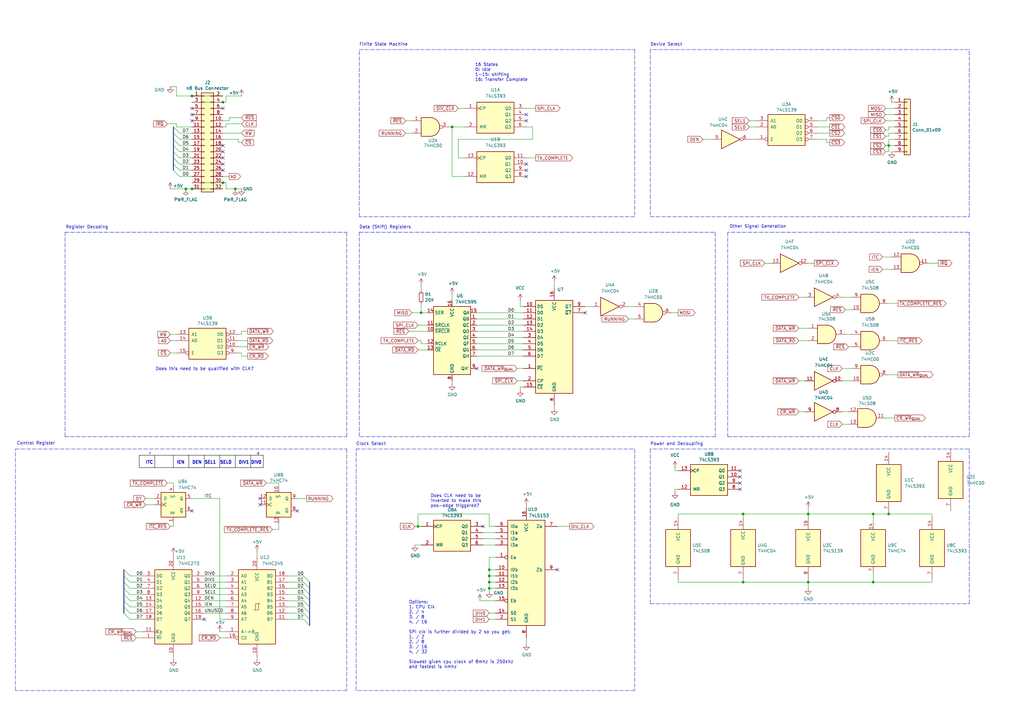
<source format=kicad_sch>
(kicad_sch (version 20231120) (generator "eeschema") (generator_version "8.0")
  (paper "A3")
  (junction (at 358.14 210.82))
  (junction (at 200.66 238.76))
  (junction (at 304.8 210.82))
  (junction (at 200.66 233.68))
  (junction (at 78.74 77.47))
  (junction (at 76.2 77.47))
  (junction (at 172.72 128.27))
  (junction (at 91.44 41.91))
  (junction (at 171.45 215.9))
  (junction (at 200.66 241.3))
  (junction (at 200.66 236.22))
  (junction (at 91.44 74.93))
  (junction (at 358.14 238.76))
  (junction (at 304.8 238.76))
  (junction (at 96.52 77.47))
  (junction (at 185.42 52.07))
  (junction (at 331.47 210.82))
  (junction (at 78.74 39.37))
  (junction (at 364.49 59.69))
  (junction (at 364.49 210.82))
  (junction (at 331.47 238.76))
  (no_connect (at 106.68 204.47))
  (no_connect (at 195.58 151.13))
  (no_connect (at 91.44 59.69))
  (no_connect (at 215.9 46.99))
  (no_connect (at 303.53 193.04))
  (no_connect (at 78.74 44.45))
  (no_connect (at 215.9 69.85))
  (no_connect (at 78.74 209.55))
  (no_connect (at 215.9 49.53))
  (no_connect (at 303.53 198.12))
  (no_connect (at 91.44 62.23))
  (no_connect (at 78.74 46.99))
  (no_connect (at 215.9 67.31))
  (no_connect (at 91.44 44.45))
  (no_connect (at 78.74 49.53))
  (no_connect (at 91.44 64.77))
  (no_connect (at 121.92 209.55))
  (no_connect (at 228.6 233.68))
  (no_connect (at 198.12 215.9))
  (no_connect (at 91.44 67.31))
  (no_connect (at 106.68 207.01))
  (no_connect (at 83.82 254))
  (no_connect (at 303.53 200.66))
  (no_connect (at 240.03 128.27))
  (no_connect (at 303.53 195.58))
  (no_connect (at 215.9 72.39))
  (no_connect (at 91.44 69.85))
  (bus_entry (at 50.8 233.68) (size 2.54 2.54))
  (bus_entry (at 73.66 69.85) (size -2.54 -2.54))
  (bus_entry (at 73.66 62.23) (size -2.54 -2.54))
  (bus_entry (at 124.46 246.38) (size 2.54 2.54))
  (bus_entry (at 50.8 238.76) (size 2.54 2.54))
  (bus_entry (at 124.46 238.76) (size 2.54 2.54))
  (bus_entry (at 124.46 241.3) (size 2.54 2.54))
  (bus_entry (at 73.66 54.61) (size -2.54 -2.54))
  (bus_entry (at 73.66 57.15) (size -2.54 -2.54))
  (bus_entry (at 124.46 243.84) (size 2.54 2.54))
  (bus_entry (at 50.8 246.38) (size 2.54 2.54))
  (bus_entry (at 124.46 248.92) (size 2.54 2.54))
  (bus_entry (at 50.8 248.92) (size 2.54 2.54))
  (bus_entry (at 73.66 64.77) (size -2.54 -2.54))
  (bus_entry (at 50.8 251.46) (size 2.54 2.54))
  (bus_entry (at 124.46 236.22) (size 2.54 2.54))
  (bus_entry (at 124.46 251.46) (size 2.54 2.54))
  (bus_entry (at 124.46 254) (size 2.54 2.54))
  (bus_entry (at 73.66 59.69) (size -2.54 -2.54))
  (bus_entry (at 73.66 67.31) (size -2.54 -2.54))
  (bus_entry (at 50.8 241.3) (size 2.54 2.54))
  (bus_entry (at 73.66 72.39) (size -2.54 -2.54))
  (bus_entry (at 50.8 243.84) (size 2.54 2.54))
  (bus_entry (at 50.8 236.22) (size 2.54 2.54))
  (wire (pts (xy 361.95 105.41) (xy 365.76 105.41)))
  (wire (pts (xy 185.42 72.39) (xy 185.42 52.07)))
  (wire (pts (xy 215.9 207.01) (xy 215.9 208.28)))
  (wire (pts (xy 347.98 142.24) (xy 349.25 142.24)))
  (wire (pts (xy 83.82 241.3) (xy 92.71 241.3)))
  (polyline (pts (xy 6.35 184.15) (xy 142.24 184.15)) (stroke (width 0) (type dash)))
  (wire (pts (xy 118.11 238.76) (xy 124.46 238.76)))
  (wire (pts (xy 203.2 238.76) (xy 200.66 238.76)))
  (wire (pts (xy 83.82 236.22) (xy 92.71 236.22)))
  (wire (pts (xy 364.49 59.69) (xy 364.49 62.23)))
  (wire (pts (xy 53.34 236.22) (xy 58.42 236.22)))
  (wire (pts (xy 171.45 133.35) (xy 175.26 133.35)))
  (wire (pts (xy 335.28 54.61) (xy 340.36 54.61)))
  (wire (pts (xy 215.9 64.77) (xy 219.71 64.77)))
  (wire (pts (xy 90.17 204.47) (xy 90.17 254)))
  (polyline (pts (xy 266.7 20.32) (xy 266.7 88.9)) (stroke (width 0) (type dash)))
  (wire (pts (xy 171.45 143.51) (xy 175.26 143.51)))
  (wire (pts (xy 358.14 214.63) (xy 358.14 210.82)))
  (wire (pts (xy 97.79 144.78) (xy 99.06 144.78)))
  (polyline (pts (xy 266.7 247.65) (xy 397.51 247.65)) (stroke (width 0) (type dash)))
  (polyline (pts (xy 397.51 88.9) (xy 397.51 20.32)) (stroke (width 0) (type dash)))
  (wire (pts (xy 166.37 54.61) (xy 168.91 54.61)))
  (wire (pts (xy 71.12 269.24) (xy 71.12 270.51)))
  (bus (pts (xy 71.12 59.69) (xy 71.12 62.23)))
  (wire (pts (xy 187.96 64.77) (xy 190.5 64.77)))
  (wire (pts (xy 90.17 254) (xy 92.71 254)))
  (wire (pts (xy 83.82 248.92) (xy 92.71 248.92)))
  (polyline (pts (xy 71.12 186.69) (xy 71.12 191.77)) (stroke (width 0) (type solid) (color 0 0 0 1)))
  (wire (pts (xy 275.59 128.27) (xy 278.13 128.27)))
  (wire (pts (xy 114.3 198.12) (xy 114.3 199.39)))
  (wire (pts (xy 92.71 52.07) (xy 92.71 50.8)))
  (wire (pts (xy 195.58 138.43) (xy 214.63 138.43)))
  (wire (pts (xy 97.79 57.15) (xy 97.79 58.42)))
  (wire (pts (xy 121.92 204.47) (xy 125.73 204.47)))
  (polyline (pts (xy 142.24 283.21) (xy 6.35 283.21)) (stroke (width 0) (type dash)))
  (wire (pts (xy 91.44 74.93) (xy 92.71 74.93)))
  (wire (pts (xy 364.49 59.69) (xy 363.22 59.69)))
  (wire (pts (xy 331.47 238.76) (xy 358.14 238.76)))
  (wire (pts (xy 480.06 73.66) (xy 481.33 73.66)))
  (wire (pts (xy 278.13 212.09) (xy 278.13 210.82)))
  (wire (pts (xy 367.03 59.69) (xy 364.49 59.69)))
  (wire (pts (xy 215.9 52.07) (xy 218.44 52.07)))
  (wire (pts (xy 203.2 215.9) (xy 200.66 215.9)))
  (wire (pts (xy 480.06 60.96) (xy 481.33 60.96)))
  (wire (pts (xy 72.39 50.8) (xy 68.58 50.8)))
  (bus (pts (xy 71.12 54.61) (xy 71.12 57.15)))
  (bus (pts (xy 50.8 246.38) (xy 50.8 248.92)))
  (wire (pts (xy 118.11 236.22) (xy 124.46 236.22)))
  (wire (pts (xy 69.85 139.7) (xy 72.39 139.7)))
  (wire (pts (xy 91.44 49.53) (xy 93.98 49.53)))
  (wire (pts (xy 105.41 226.06) (xy 105.41 228.6)))
  (wire (pts (xy 195.58 143.51) (xy 214.63 143.51)))
  (wire (pts (xy 331.47 237.49) (xy 331.47 238.76)))
  (wire (pts (xy 72.39 35.56) (xy 69.85 35.56)))
  (wire (pts (xy 185.42 52.07) (xy 190.5 52.07)))
  (wire (pts (xy 382.27 210.82) (xy 382.27 212.09)))
  (wire (pts (xy 185.42 123.19) (xy 185.42 120.65)))
  (wire (pts (xy 78.74 64.77) (xy 73.66 64.77)))
  (wire (pts (xy 335.28 52.07) (xy 340.36 52.07)))
  (wire (pts (xy 111.76 217.17) (xy 114.3 217.17)))
  (wire (pts (xy 190.5 72.39) (xy 185.42 72.39)))
  (wire (pts (xy 53.34 246.38) (xy 58.42 246.38)))
  (wire (pts (xy 278.13 237.49) (xy 278.13 238.76)))
  (polyline (pts (xy 77.47 186.69) (xy 77.47 191.77)) (stroke (width 0) (type solid) (color 0 0 0 1)))
  (wire (pts (xy 92.71 74.93) (xy 92.71 77.47)))
  (wire (pts (xy 59.69 204.47) (xy 63.5 204.47)))
  (wire (pts (xy 184.15 52.07) (xy 185.42 52.07)))
  (wire (pts (xy 361.95 110.49) (xy 365.76 110.49)))
  (wire (pts (xy 213.36 158.75) (xy 213.36 160.02)))
  (bus (pts (xy 127 251.46) (xy 127 254)))
  (wire (pts (xy 78.74 54.61) (xy 73.66 54.61)))
  (wire (pts (xy 276.86 193.04) (xy 278.13 193.04)))
  (wire (pts (xy 92.71 39.37) (xy 99.06 39.37)))
  (wire (pts (xy 83.82 238.76) (xy 92.71 238.76)))
  (wire (pts (xy 97.79 142.24) (xy 101.6 142.24)))
  (polyline (pts (xy 147.32 88.9) (xy 147.32 20.32)) (stroke (width 0) (type dash)))
  (wire (pts (xy 307.34 57.15) (xy 309.88 57.15)))
  (wire (pts (xy 195.58 130.81) (xy 214.63 130.81)))
  (bus (pts (xy 50.8 236.22) (xy 50.8 238.76)))
  (wire (pts (xy 381 107.95) (xy 384.81 107.95)))
  (wire (pts (xy 481.33 66.04) (xy 477.52 66.04)))
  (wire (pts (xy 304.8 212.09) (xy 304.8 210.82)))
  (polyline (pts (xy 397.51 179.07) (xy 397.51 95.25)) (stroke (width 0) (type dash)))
  (polyline (pts (xy 298.45 95.25) (xy 298.45 179.07)) (stroke (width 0) (type dash)))
  (wire (pts (xy 99.06 135.89) (xy 101.6 135.89)))
  (wire (pts (xy 358.14 238.76) (xy 382.27 238.76)))
  (wire (pts (xy 215.9 44.45) (xy 219.71 44.45)))
  (wire (pts (xy 195.58 146.05) (xy 214.63 146.05)))
  (polyline (pts (xy 96.52 186.69) (xy 96.52 191.77)) (stroke (width 0) (type solid) (color 0 0 0 1)))
  (wire (pts (xy 170.18 215.9) (xy 171.45 215.9)))
  (wire (pts (xy 167.64 135.89) (xy 175.26 135.89)))
  (wire (pts (xy 69.85 144.78) (xy 72.39 144.78)))
  (polyline (pts (xy 146.05 184.15) (xy 260.35 184.15)) (stroke (width 0) (type dash)))
  (bus (pts (xy 50.8 241.3) (xy 50.8 243.84)))
  (wire (pts (xy 240.03 125.73) (xy 242.57 125.73)))
  (wire (pts (xy 203.2 246.38) (xy 196.85 246.38)))
  (wire (pts (xy 478.79 71.12) (xy 478.79 72.39)))
  (wire (pts (xy 331.47 241.3) (xy 331.47 238.76)))
  (wire (pts (xy 276.86 200.66) (xy 276.86 201.93)))
  (wire (pts (xy 339.09 58.42) (xy 340.36 58.42)))
  (wire (pts (xy 90.17 259.08) (xy 92.71 259.08)))
  (wire (pts (xy 367.03 57.15) (xy 364.49 57.15)))
  (wire (pts (xy 331.47 210.82) (xy 331.47 208.28)))
  (wire (pts (xy 172.72 119.38) (xy 172.72 116.84)))
  (wire (pts (xy 364.49 124.46) (xy 368.3 124.46)))
  (bus (pts (xy 50.8 238.76) (xy 50.8 241.3)))
  (wire (pts (xy 364.49 153.67) (xy 368.3 153.67)))
  (polyline (pts (xy 260.35 88.9) (xy 147.32 88.9)) (stroke (width 0) (type dash)))
  (wire (pts (xy 345.44 151.13) (xy 349.25 151.13)))
  (wire (pts (xy 200.66 238.76) (xy 200.66 241.3)))
  (wire (pts (xy 72.39 52.07) (xy 72.39 50.8)))
  (wire (pts (xy 97.79 58.42) (xy 99.06 58.42)))
  (wire (pts (xy 78.74 204.47) (xy 90.17 204.47)))
  (wire (pts (xy 327.66 139.7) (xy 331.47 139.7)))
  (wire (pts (xy 278.13 238.76) (xy 304.8 238.76)))
  (wire (pts (xy 278.13 200.66) (xy 276.86 200.66)))
  (polyline (pts (xy 260.35 184.15) (xy 260.35 283.21)) (stroke (width 0) (type dash)))
  (bus (pts (xy 127 241.3) (xy 127 243.84)))
  (wire (pts (xy 358.14 210.82) (xy 364.49 210.82)))
  (wire (pts (xy 364.49 53.34) (xy 363.22 53.34)))
  (wire (pts (xy 212.09 156.21) (xy 214.63 156.21)))
  (wire (pts (xy 200.66 210.82) (xy 171.45 210.82)))
  (wire (pts (xy 345.44 156.21) (xy 349.25 156.21)))
  (wire (pts (xy 363.22 171.45) (xy 367.03 171.45)))
  (wire (pts (xy 187.96 57.15) (xy 187.96 64.77)))
  (wire (pts (xy 227.33 118.11) (xy 227.33 115.57)))
  (wire (pts (xy 172.72 223.52) (xy 170.18 223.52)))
  (wire (pts (xy 367.03 52.07) (xy 364.49 52.07)))
  (wire (pts (xy 200.66 254) (xy 203.2 254)))
  (wire (pts (xy 478.79 72.39) (xy 477.52 72.39)))
  (wire (pts (xy 97.79 137.16) (xy 99.06 137.16)))
  (wire (pts (xy 203.2 233.68) (xy 200.66 233.68)))
  (polyline (pts (xy 146.05 283.21) (xy 146.05 184.15)) (stroke (width 0) (type dash)))
  (wire (pts (xy 345.44 173.99) (xy 347.98 173.99)))
  (wire (pts (xy 93.98 48.26) (xy 99.06 48.26)))
  (bus (pts (xy 127 238.76) (xy 127 241.3)))
  (wire (pts (xy 83.82 246.38) (xy 92.71 246.38)))
  (bus (pts (xy 71.12 67.31) (xy 71.12 69.85)))
  (polyline (pts (xy 57.15 186.69) (xy 107.95 186.69)) (stroke (width 0) (type solid) (color 0 0 0 1)))
  (polyline (pts (xy 26.67 95.25) (xy 142.24 95.25)) (stroke (width 0) (type dash)))
  (wire (pts (xy 118.11 254) (xy 124.46 254)))
  (wire (pts (xy 335.28 49.53) (xy 339.09 49.53)))
  (wire (pts (xy 83.82 251.46) (xy 92.71 251.46)))
  (wire (pts (xy 339.09 57.15) (xy 339.09 58.42)))
  (wire (pts (xy 78.74 69.85) (xy 73.66 69.85)))
  (wire (pts (xy 218.44 52.07) (xy 218.44 57.15)))
  (wire (pts (xy 91.44 72.39) (xy 93.98 72.39)))
  (wire (pts (xy 481.33 71.12) (xy 478.79 71.12)))
  (wire (pts (xy 203.2 228.6) (xy 200.66 228.6)))
  (wire (pts (xy 345.44 168.91) (xy 347.98 168.91)))
  (wire (pts (xy 53.34 243.84) (xy 58.42 243.84)))
  (polyline (pts (xy 107.95 186.69) (xy 107.95 191.77)) (stroke (width 0) (type solid) (color 0 0 0 1)))
  (wire (pts (xy 58.42 261.62) (xy 55.88 261.62)))
  (wire (pts (xy 358.14 234.95) (xy 358.14 238.76)))
  (wire (pts (xy 166.37 49.53) (xy 168.91 49.53)))
  (wire (pts (xy 99.06 137.16) (xy 99.06 135.89)))
  (wire (pts (xy 69.85 77.47) (xy 76.2 77.47)))
  (wire (pts (xy 72.39 39.37) (xy 78.74 39.37)))
  (wire (pts (xy 364.49 57.15) (xy 364.49 59.69)))
  (wire (pts (xy 69.85 137.16) (xy 72.39 137.16)))
  (wire (pts (xy 78.74 74.93) (xy 91.44 74.93)))
  (wire (pts (xy 213.36 123.19) (xy 213.36 125.73)))
  (wire (pts (xy 288.29 57.15) (xy 292.1 57.15)))
  (wire (pts (xy 382.27 238.76) (xy 382.27 237.49)))
  (wire (pts (xy 78.74 77.47) (xy 91.44 77.47)))
  (wire (pts (xy 118.11 248.92) (xy 124.46 248.92)))
  (wire (pts (xy 335.28 57.15) (xy 339.09 57.15)))
  (wire (pts (xy 367.03 49.53) (xy 363.22 49.53)))
  (wire (pts (xy 304.8 237.49) (xy 304.8 238.76)))
  (polyline (pts (xy 147.32 20.32) (xy 260.35 20.32)) (stroke (width 0) (type dash)))
  (wire (pts (xy 195.58 128.27) (xy 214.63 128.27)))
  (wire (pts (xy 516.89 66.04) (xy 514.35 66.04)))
  (wire (pts (xy 171.45 215.9) (xy 172.72 215.9)))
  (polyline (pts (xy 83.82 186.69) (xy 83.82 191.77)) (stroke (width 0) (type solid) (color 0 0 0 1)))
  (wire (pts (xy 200.66 233.68) (xy 200.66 236.22)))
  (wire (pts (xy 481.33 63.5) (xy 477.52 63.5)))
  (wire (pts (xy 327.66 156.21) (xy 330.2 156.21)))
  (wire (pts (xy 276.86 191.77) (xy 276.86 193.04)))
  (polyline (pts (xy 260.35 20.32) (xy 260.35 88.9)) (stroke (width 0) (type dash)))
  (wire (pts (xy 367.03 46.99) (xy 363.22 46.99)))
  (wire (pts (xy 78.74 57.15) (xy 73.66 57.15)))
  (wire (pts (xy 331.47 107.95) (xy 334.01 107.95)))
  (bus (pts (xy 71.12 57.15) (xy 71.12 59.69)))
  (wire (pts (xy 364.49 52.07) (xy 364.49 53.34)))
  (wire (pts (xy 215.9 264.16) (xy 215.9 261.62)))
  (wire (pts (xy 96.52 77.47) (xy 99.06 77.47)))
  (bus (pts (xy 50.8 243.84) (xy 50.8 246.38)))
  (wire (pts (xy 200.66 251.46) (xy 203.2 251.46)))
  (wire (pts (xy 364.49 54.61) (xy 364.49 55.88)))
  (wire (pts (xy 172.72 128.27) (xy 168.91 128.27)))
  (polyline (pts (xy 102.87 186.69) (xy 102.87 191.77)) (stroke (width 0) (type solid) (color 0 0 0 1)))
  (wire (pts (xy 516.89 71.12) (xy 514.35 71.12)))
  (wire (pts (xy 172.72 124.46) (xy 172.72 128.27)))
  (wire (pts (xy 92.71 50.8) (xy 99.06 50.8)))
  (polyline (pts (xy 397.51 95.25) (xy 298.45 95.25)) (stroke (width 0) (type dash)))
  (wire (pts (xy 114.3 217.17) (xy 114.3 214.63)))
  (wire (pts (xy 90.17 261.62) (xy 92.71 261.62)))
  (wire (pts (xy 171.45 210.82) (xy 171.45 215.9)))
  (wire (pts (xy 515.62 73.66) (xy 516.89 73.66)))
  (wire (pts (xy 78.74 41.91) (xy 91.44 41.91)))
  (polyline (pts (xy 147.32 95.25) (xy 293.37 95.25)) (stroke (width 0) (type dash)))
  (wire (pts (xy 198.12 218.44) (xy 203.2 218.44)))
  (wire (pts (xy 195.58 133.35) (xy 214.63 133.35)))
  (polyline (pts (xy 293.37 95.25) (xy 293.37 179.07)) (stroke (width 0) (type dash)))
  (wire (pts (xy 99.06 144.78) (xy 99.06 146.05)))
  (wire (pts (xy 481.33 68.58) (xy 477.52 68.58)))
  (wire (pts (xy 212.09 151.13) (xy 214.63 151.13)))
  (wire (pts (xy 327.66 134.62) (xy 331.47 134.62)))
  (wire (pts (xy 68.58 198.12) (xy 71.12 198.12)))
  (wire (pts (xy 203.2 236.22) (xy 200.66 236.22)))
  (wire (pts (xy 327.66 168.91) (xy 330.2 168.91)))
  (polyline (pts (xy 142.24 95.25) (xy 142.24 179.07)) (stroke (width 0) (type dash)))
  (wire (pts (xy 71.12 215.9) (xy 71.12 214.63)))
  (wire (pts (xy 346.71 127) (xy 349.25 127)))
  (wire (pts (xy 213.36 125.73) (xy 214.63 125.73)))
  (bus (pts (xy 50.8 248.92) (xy 50.8 251.46)))
  (polyline (pts (xy 57.15 191.77) (xy 57.15 186.69)) (stroke (width 0) (type solid) (color 0 0 0 1)))
  (wire (pts (xy 92.71 77.47) (xy 96.52 77.47)))
  (bus (pts (xy 71.12 62.23) (xy 71.12 64.77)))
  (wire (pts (xy 346.71 137.16) (xy 349.25 137.16)))
  (bus (pts (xy 71.12 52.07) (xy 71.12 54.61)))
  (polyline (pts (xy 63.5 186.69) (xy 63.5 191.77)) (stroke (width 0) (type solid) (color 0 0 0 1)))
  (wire (pts (xy 76.2 77.47) (xy 78.74 77.47)))
  (wire (pts (xy 198.12 220.98) (xy 203.2 220.98)))
  (wire (pts (xy 83.82 243.84) (xy 92.71 243.84)))
  (wire (pts (xy 257.81 125.73) (xy 260.35 125.73)))
  (polyline (pts (xy 26.67 179.07) (xy 26.67 95.25)) (stroke (width 0) (type dash)))
  (polyline (pts (xy 107.95 191.77) (xy 57.15 191.77)) (stroke (width 0) (type solid) (color 0 0 0 1)))
  (polyline (pts (xy 397.51 20.32) (xy 266.7 20.32)) (stroke (width 0) (type dash)))
  (bus (pts (xy 127 248.92) (xy 127 251.46)))
  (wire (pts (xy 172.72 140.97) (xy 175.26 140.97)))
  (polyline (pts (xy 26.67 179.07) (xy 142.24 179.07)) (stroke (width 0) (type dash)))
  (wire (pts (xy 78.74 67.31) (xy 73.66 67.31)))
  (wire (pts (xy 109.22 198.12) (xy 114.3 198.12)))
  (wire (pts (xy 91.44 52.07) (xy 92.71 52.07)))
  (wire (pts (xy 327.66 121.92) (xy 330.2 121.92)))
  (polyline (pts (xy 147.32 179.07) (xy 147.32 95.25)) (stroke (width 0) (type dash)))
  (wire (pts (xy 69.85 215.9) (xy 71.12 215.9)))
  (polyline (pts (xy 298.45 179.07) (xy 397.51 179.07)) (stroke (width 0) (type dash)))
  (bus (pts (xy 127 243.84) (xy 127 246.38)))
  (wire (pts (xy 91.44 54.61) (xy 99.06 54.61)))
  (wire (pts (xy 304.8 238.76) (xy 331.47 238.76)))
  (wire (pts (xy 53.34 248.92) (xy 58.42 248.92)))
  (wire (pts (xy 78.74 62.23) (xy 73.66 62.23)))
  (wire (pts (xy 91.44 57.15) (xy 97.79 57.15)))
  (wire (pts (xy 78.74 72.39) (xy 73.66 72.39)))
  (wire (pts (xy 227.33 167.64) (xy 227.33 166.37)))
  (polyline (pts (xy 90.17 186.69) (xy 90.17 191.77)) (stroke (width 0) (type solid) (color 0 0 0 1)))
  (wire (pts (xy 257.81 130.81) (xy 260.35 130.81)))
  (wire (pts (xy 53.34 254) (xy 58.42 254)))
  (wire (pts (xy 200.66 236.22) (xy 200.66 238.76)))
  (wire (pts (xy 339.09 48.26) (xy 340.36 48.26)))
  (wire (pts (xy 367.03 44.45) (xy 363.22 44.45)))
  (wire (pts (xy 53.34 251.46) (xy 58.42 251.46)))
  (wire (pts (xy 172.72 139.7) (xy 172.72 140.97)))
  (wire (pts (xy 200.66 215.9) (xy 200.66 210.82)))
  (wire (pts (xy 91.44 41.91) (xy 92.71 41.91)))
  (wire (pts (xy 331.47 212.09) (xy 331.47 210.82)))
  (bus (pts (xy 127 254) (xy 127 256.54)))
  (wire (pts (xy 55.88 259.08) (xy 58.42 259.08)))
  (bus (pts (xy 50.8 233.68) (xy 50.8 236.22)))
  (polyline (pts (xy 266.7 184.15) (xy 266.7 247.65)) (stroke (width 0) (type dash)))
  (wire (pts (xy 278.13 210.82) (xy 304.8 210.82)))
  (wire (pts (xy 345.44 121.92) (xy 349.25 121.92)))
  (wire (pts (xy 313.69 107.95) (xy 316.23 107.95)))
  (wire (pts (xy 92.71 41.91) (xy 92.71 39.37)))
  (wire (pts (xy 187.96 44.45) (xy 190.5 44.45)))
  (wire (pts (xy 364.49 55.88) (xy 363.22 55.88)))
  (wire (pts (xy 93.98 49.53) (xy 93.98 48.26)))
  (wire (pts (xy 118.11 246.38) (xy 124.46 246.38)))
  (wire (pts (xy 71.12 227.33) (xy 71.12 228.6)))
  (wire (pts (xy 307.34 52.07) (xy 309.88 52.07)))
  (wire (pts (xy 200.66 228.6) (xy 200.66 233.68)))
  (wire (pts (xy 118.11 251.46) (xy 124.46 251.46)))
  (wire (pts (xy 200.66 241.3) (xy 200.66 242.57)))
  (wire (pts (xy 365.76 41.91) (xy 367.03 41.91)))
  (polyline (pts (xy 293.37 179.07) (xy 147.32 179.07)) (stroke (width 0) (type dash)))
  (wire (pts (xy 53.34 241.3) (xy 58.42 241.3)))
  (wire (pts (xy 59.69 207.01) (xy 63.5 207.01)))
  (polyline (pts (xy 397.51 247.65) (xy 397.51 184.15)) (stroke (width 0) (type dash)))
  (wire (pts (xy 339.09 49.53) (xy 339.09 48.26)))
  (wire (pts (xy 214.63 158.75) (xy 213.36 158.75)))
  (wire (pts (xy 195.58 140.97) (xy 214.63 140.97)))
  (wire (pts (xy 78.74 52.07) (xy 72.39 52.07)))
  (wire (pts (xy 105.41 269.24) (xy 105.41 270.51)))
  (polyline (pts (xy 397.51 184.15) (xy 266.7 184.15)) (stroke (width 0) (type dash)))
  (polyline (pts (xy 260.35 283.21) (xy 146.05 283.21)) (stroke (width 0) (type dash)))
  (wire (pts (xy 364.49 210.82) (xy 382.27 210.82)))
  (wire (pts (xy 516.89 68.58) (xy 514.35 68.58)))
  (wire (pts (xy 307.34 49.53) (xy 309.88 49.53)))
  (wire (pts (xy 71.12 198.12) (xy 71.12 199.39)))
  (wire (pts (xy 78.74 39.37) (xy 91.44 39.37)))
  (wire (pts (xy 515.62 60.96) (xy 516.89 60.96)))
  (wire (pts (xy 365.76 62.23) (xy 367.03 62.23)))
  (wire (pts (xy 364.49 62.23) (xy 363.22 62.23)))
  (wire (pts (xy 97.79 139.7) (xy 101.6 139.7)))
  (wire (pts (xy 72.39 39.37) (xy 72.39 35.56)))
  (bus (pts (xy 127 246.38) (xy 127 248.92)))
  (wire (pts (xy 171.45 139.7) (xy 172.72 139.7)))
  (wire (pts (xy 185.42 156.21) (xy 185.42 157.48)))
  (wire (pts (xy 78.74 59.69) (xy 73.66 59.69)))
  (wire (pts (xy 331.47 210.82) (xy 358.14 210.82)))
  (polyline (pts (xy 6.35 283.21) (xy 6.35 184.15)) (stroke (width 0) (type dash)))
  (wire (pts (xy 364.49 139.7) (xy 368.3 139.7)))
  (polyline (pts (xy 142.24 184.15) (xy 142.24 283.21)) (stroke (width 0) (type dash)))
  (wire (pts (xy 516.89 63.5) (xy 514.35 63.5)))
  (wire (pts (xy 203.2 241.3) (xy 200.66 241.3)))
  (wire (pts (xy 175.26 128.27) (xy 172.72 128.27)))
  (wire (pts (xy 118.11 241.3) (xy 124.46 241.3)))
  (wire (pts (xy 304.8 210.82) (xy 331.47 210.82)))
  (polyline (pts (xy 266.7 88.9) (xy 397.51 88.9)) (stroke (width 0) (type dash)))
  (wire (pts (xy 99.06 146.05) (xy 101.6 146.05)))
  (wire (pts (xy 218.44 57.15) (xy 187.96 57.15)))
  (wire (pts (xy 195.58 135.89) (xy 214.63 135.89)))
  (bus (pts (xy 71.12 64.77) (xy 71.12 67.31)))
  (wire (pts (xy 53.34 238.76) (xy 58.42 238.76)))
  (wire (pts (xy 228.6 215.9) (xy 233.68 215.9)))
  (wire (pts (xy 198.12 223.52) (xy 203.2 223.52)))
  (wire (pts (xy 367.03 54.61) (xy 364.49 54.61)))
  (wire (pts (xy 118.11 243.84) (xy 124.46 243.84)))
  (text "Does CLK need to be\ninverted to make this\npos-edge triggered?" (at 176.53 208.28 0) (effects (font (size 1.27 1.27)) (justify left bottom)))
  (text "Clock Select" (at 146.05 182.88 0) (effects (font (size 1.27 1.27)) (justify left bottom)))
  (text "ITC" (at 59.69 190.5 0) (effects (font (size 1.27 1.27) (thickness 0.254) (bold yes)) (justify left bottom)))
  (text "Control Register" (at 6.858 182.626 0) (effects (font (size 1.27 1.27)) (justify left bottom)))
  (text "DEN" (at 78.74 190.5 0) (effects (font (size 1.27 1.27) (thickness 0.254) (bold yes)) (justify left bottom)))
  (text "Other Signal Generation" (at 299.212 93.726 0) (effects (font (size 1.27 1.27)) (justify left bottom)))
  (text "Finite State Machine" (at 147.32 19.05 0) (effects (font (size 1.27 1.27)) (justify left bottom)))
  (text "IEN" (at 72.39 190.5 0) (effects (font (size 1.27 1.27) (thickness 0.254) (bold yes)) (justify left bottom)))
  (text "SEL0" (at 90.17 190.5 0) (effects (font (size 1.27 1.27) (thickness 0.254) (bold yes)) (justify left bottom)))
  (text "Power and Decoupling" (at 266.7 182.88 0) (effects (font (size 1.27 1.27)) (justify left bottom)))
  (text "DIV1" (at 97.79 190.5 0) (effects (font (size 1.27 1.27) (thickness 0.254) (bold yes)) (justify left bottom)))
  (text "Device Select" (at 266.7 19.05 0) (effects (font (size 1.27 1.27)) (justify left bottom)))
  (text "Options:\n1. CPU Clk\n2. / 4\n3. / 8\n4. / 16\n\nSPI clk is further divided by 2 so you get:\n1. / 2\n2. / 8\n3. / 16\n4. / 32\n\nSlowest given cpu clock of 8mhz is 250khz\nand fastest is 4mhz" (at 167.64 260.35 0) (effects (font (size 1.27 1.27)) (justify left)))
  (text "Register Decoding" (at 44.45 93.98 0) (effects (font (size 1.27 1.27)) (justify right bottom)))
  (text "Does this need to be qualified with CLK?" (at 63.754 152.146 0) (effects (font (size 1.27 1.27)) (justify left bottom)))
  (text "Data (Shift) Registers" (at 147.32 93.98 0) (effects (font (size 1.27 1.27)) (justify left bottom)))
  (text "0" (at 105.41 186.69 0) (effects (font (size 0.762 0.762) (italic yes)) (justify left bottom)))
  (text "SEL1" (at 83.82 190.5 0) (effects (font (size 1.27 1.27) (thickness 0.254) (bold yes)) (justify left bottom)))
  (text "7" (at 60.96 186.69 0) (effects (font (size 0.762 0.762) (italic yes)) (justify left bottom)))
  (text "16 States\n0: Idle\n1-15: shifting\n16: Transfer Complete" (at 194.818 33.528 0) (effects (font (size 1.27 1.27) (thickness 0.1588)) (justify left bottom)))
  (text "DIV0" (at 102.87 190.5 0) (effects (font (size 1.27 1.27) (thickness 0.254) (bold yes)) (justify left bottom)))
  (label "D5" (at 55.88 248.92 0))
  (label "DIV0" (at 83.82 236.22 0))
  (label "D1" (at 208.28 130.81 0))
  (label "D2" (at 121.92 241.3 0))
  (label "D2" (at 77.47 67.31 180))
  (label "D1" (at 121.92 238.76 0))
  (label "D5" (at 121.92 248.92 0))
  (label "D0" (at 55.88 236.22 0))
  (label "ITC" (at 83.82 204.47 0))
  (label "UNUSED" (at 83.82 251.46 0))
  (label "SEL0" (at 83.82 241.3 0))
  (label "DEN" (at 83.82 246.38 0))
  (label "D3" (at 121.92 243.84 0))
  (label "D3" (at 55.88 243.84 0))
  (label "D1" (at 77.47 69.85 180))
  (label "D4" (at 121.92 246.38 0))
  (label "D5" (at 77.47 59.69 180))
  (label "IEN" (at 83.82 248.92 0))
  (label "D4" (at 77.47 62.23 180))
  (label "D6" (at 55.88 251.46 0))
  (label "DIV1" (at 83.82 238.76 0))
  (label "D6" (at 208.28 143.51 0))
  (label "D7" (at 208.28 146.05 0))
  (label "D2" (at 55.88 241.3 0))
  (label "D3" (at 208.28 135.89 0))
  (label "D2" (at 208.28 133.35 0))
  (label "D0" (at 121.92 236.22 0))
  (label "D6" (at 77.47 57.15 180))
  (label "D6" (at 121.92 251.46 0))
  (label "D0" (at 208.28 128.27 0))
  (label "D0" (at 77.47 72.39 180))
  (label "D7" (at 55.88 254 0))
  (label "D5" (at 208.28 140.97 0))
  (label "D4" (at 55.88 246.38 0))
  (label "D7" (at 121.92 254 0))
  (label "D4" (at 208.28 138.43 0))
  (label "D1" (at 55.88 238.76 0))
  (label "SEL1" (at 83.82 243.84 0))
  (label "D3" (at 77.47 64.77 180))
  (label "D7" (at 77.47 54.61 180))
  (global_label "TX_COMPLETE" (shape input) (at 171.45 139.7 180) (property "Intersheetrefs" "${INTERSHEET_REFS}" (effects (hide yes))))
  (global_label "~{RES}" (shape input) (at 99.06 48.26 0) (property "Intersheetrefs" "${INTERSHEET_REFS}" (effects (hide yes))))
  (global_label "SPI_CLK" (shape input) (at 363.22 49.53 180) (property "Intersheetrefs" "${INTERSHEET_REFS}" (effects (hide yes))))
  (global_label "~{ITC_RES}" (shape input) (at 69.85 215.9 180) (property "Intersheetrefs" "${INTERSHEET_REFS}" (effects (hide yes))))
  (global_label "RUNNING" (shape input) (at 166.37 54.61 180) (property "Intersheetrefs" "${INTERSHEET_REFS}" (effects (hide yes))))
  (global_label "~{CS}" (shape input) (at 69.85 144.78 180) (property "Intersheetrefs" "${INTERSHEET_REFS}" (effects (hide yes))))
  (global_label "R~{W}" (shape input) (at 69.85 137.16 180) (property "Intersheetrefs" "${INTERSHEET_REFS}" (effects (hide yes))))
  (global_label "DIV0" (shape input) (at 200.66 251.46 180) (property "Intersheetrefs" "${INTERSHEET_REFS}" (effects (hide yes))))
  (global_label "MISO" (shape input) (at 168.91 128.27 180) (property "Intersheetrefs" "${INTERSHEET_REFS}" (effects (hide yes))))
  (global_label "MISO" (shape input) (at 363.22 46.99 180) (property "Intersheetrefs" "${INTERSHEET_REFS}" (effects (hide yes))))
  (global_label "SPI_CLK" (shape output) (at 219.71 44.45 0) (property "Intersheetrefs" "${INTERSHEET_REFS}" (effects (hide yes))))
  (global_label "IEN" (shape input) (at 361.95 110.49 180) (property "Intersheetrefs" "${INTERSHEET_REFS}" (effects (hide yes))))
  (global_label "CLK" (shape input) (at 170.18 215.9 180) (property "Intersheetrefs" "${INTERSHEET_REFS}" (effects (hide yes))))
  (global_label "D7" (shape input) (at 59.69 204.47 180) (property "Intersheetrefs" "${INTERSHEET_REFS}" (effects (hide yes))))
  (global_label "~{DATA_WR}" (shape output) (at 101.6 135.89 0) (property "Intersheetrefs" "${INTERSHEET_REFS}" (effects (hide yes))))
  (global_label "~{CS1}" (shape input) (at 363.22 55.88 180) (property "Intersheetrefs" "${INTERSHEET_REFS}" (effects (hide yes))))
  (global_label "A0" (shape input) (at 69.85 139.7 180) (property "Intersheetrefs" "${INTERSHEET_REFS}" (effects (hide yes))))
  (global_label "~{DATA_WR}" (shape input) (at 109.22 198.12 180) (property "Intersheetrefs" "${INTERSHEET_REFS}" (effects (hide yes))))
  (global_label "~{DATA_RD}" (shape input) (at 171.45 143.51 180) (property "Intersheetrefs" "${INTERSHEET_REFS}" (effects (hide yes))))
  (global_label "DIV_CLK" (shape output) (at 233.68 215.9 0) (property "Intersheetrefs" "${INTERSHEET_REFS}" (effects (hide yes))))
  (global_label "~{RES}" (shape input) (at 167.64 135.89 180) (property "Intersheetrefs" "${INTERSHEET_REFS}" (effects (hide yes))))
  (global_label "~{TX_COMPLETE_RES}" (shape input) (at 111.76 217.17 180) (property "Intersheetrefs" "${INTERSHEET_REFS}" (effects (hide yes))))
  (global_label "~{CR_WR}" (shape input) (at 327.66 168.91 180) (property "Intersheetrefs" "${INTERSHEET_REFS}" (effects (hide yes))))
  (global_label "~{CS0}" (shape output) (at 340.36 48.26 0) (property "Intersheetrefs" "${INTERSHEET_REFS}" (effects (hide yes))))
  (global_label "~{SPI_CLK}" (shape output) (at 334.01 107.95 0) (property "Intersheetrefs" "${INTERSHEET_REFS}" (effects (hide yes))))
  (global_label "SPI_CLK" (shape input) (at 514.35 68.58 180) (property "Intersheetrefs" "${INTERSHEET_REFS}" (effects (hide yes))))
  (global_label "~{CS3}" (shape output) (at 340.36 58.42 0) (property "Intersheetrefs" "${INTERSHEET_REFS}" (effects (hide yes))))
  (global_label "MISO" (shape input) (at 477.52 66.04 180) (property "Intersheetrefs" "${INTERSHEET_REFS}" (effects (hide yes))))
  (global_label "~{CR_WR}_{QUAL}" (shape input) (at 55.88 259.08 180) (property "Intersheetrefs" "${INTERSHEET_REFS}" (effects (hide yes))))
  (global_label "ITC" (shape input) (at 361.95 105.41 180) (property "Intersheetrefs" "${INTERSHEET_REFS}" (effects (hide yes))))
  (global_label "MISO" (shape input) (at 514.35 66.04 180) (property "Intersheetrefs" "${INTERSHEET_REFS}" (effects (hide yes))))
  (global_label "MOSI" (shape input) (at 363.22 44.45 180) (property "Intersheetrefs" "${INTERSHEET_REFS}" (effects (hide yes))))
  (global_label "MOSI" (shape output) (at 278.13 128.27 0) (property "Intersheetrefs" "${INTERSHEET_REFS}" (effects (hide yes))))
  (global_label "DIV1" (shape input) (at 200.66 254 180) (property "Intersheetrefs" "${INTERSHEET_REFS}" (effects (hide yes))))
  (global_label "SPI_CLK" (shape input) (at 477.52 68.58 180) (property "Intersheetrefs" "${INTERSHEET_REFS}" (effects (hide yes))))
  (global_label "R~{W}" (shape input) (at 99.06 54.61 0) (property "Intersheetrefs" "${INTERSHEET_REFS}" (effects (hide yes))))
  (global_label "~{CS2}" (shape input) (at 363.22 59.69 180) (property "Intersheetrefs" "${INTERSHEET_REFS}" (effects (hide yes))))
  (global_label "DEN" (shape input) (at 288.29 57.15 180) (property "Intersheetrefs" "${INTERSHEET_REFS}" (effects (hide yes))))
  (global_label "~{CS0}" (shape input) (at 363.22 53.34 180) (property "Intersheetrefs" "${INTERSHEET_REFS}" (effects (hide yes))))
  (global_label "TX_COMPLETE" (shape input) (at 327.66 121.92 180) (property "Intersheetrefs" "${INTERSHEET_REFS}" (effects (hide yes))))
  (global_label "~{CS2}" (shape output) (at 340.36 54.61 0) (property "Intersheetrefs" "${INTERSHEET_REFS}" (effects (hide yes))))
  (global_label "CLK" (shape input) (at 345.44 173.99 180) (property "Intersheetrefs" "${INTERSHEET_REFS}" (effects (hide yes))))
  (global_label "~{CR_RD}" (shape output) (at 101.6 146.05 0) (property "Intersheetrefs" "${INTERSHEET_REFS}" (effects (hide yes))))
  (global_label "SPI_CLK" (shape input) (at 313.69 107.95 180) (property "Intersheetrefs" "${INTERSHEET_REFS}" (effects (hide yes))))
  (global_label "CLK" (shape input) (at 99.06 50.8 0) (property "Intersheetrefs" "${INTERSHEET_REFS}" (effects (hide yes))))
  (global_label "~{CS1}" (shape output) (at 340.36 52.07 0) (property "Intersheetrefs" "${INTERSHEET_REFS}" (effects (hide yes))))
  (global_label "SEL1" (shape input) (at 307.34 49.53 180) (property "Intersheetrefs" "${INTERSHEET_REFS}" (effects (hide yes))))
  (global_label "MOSI" (shape input) (at 514.35 63.5 180) (property "Intersheetrefs" "${INTERSHEET_REFS}" (effects (hide yes))))
  (global_label "~{SPI_CLK}" (shape input) (at 212.09 156.21 180) (property "Intersheetrefs" "${INTERSHEET_REFS}" (effects (hide yes))))
  (global_label "~{CS3}" (shape input) (at 363.22 62.23 180) (property "Intersheetrefs" "${INTERSHEET_REFS}" (effects (hide yes))))
  (global_label "~{TX_COMPLETE_RES}" (shape output) (at 368.3 124.46 0) (property "Intersheetrefs" "${INTERSHEET_REFS}" (effects (hide yes))))
  (global_label "~{RES}" (shape input) (at 347.98 142.24 180) (property "Intersheetrefs" "${INTERSHEET_REFS}" (effects (hide yes))))
  (global_label "~{CS}" (shape input) (at 99.06 58.42 0) (property "Intersheetrefs" "${INTERSHEET_REFS}" (effects (hide yes))))
  (global_label "~{TX_COMPLETE}" (shape input) (at 68.58 198.12 180) (property "Intersheetrefs" "${INTERSHEET_REFS}" (effects (hide yes))))
  (global_label "~{RES}" (shape input) (at 346.71 127 180) (property "Intersheetrefs" "${INTERSHEET_REFS}" (effects (hide yes))))
  (global_label "SPI_CLK" (shape input) (at 171.45 133.35 180) (property "Intersheetrefs" "${INTERSHEET_REFS}" (effects (hide yes))))
  (global_label "~{DATA_WR}" (shape input) (at 327.66 134.62 180) (property "Intersheetrefs" "${INTERSHEET_REFS}" (effects (hide yes))))
  (global_label "~{CR_WR}" (shape input) (at 59.69 207.01 180) (property "Intersheetrefs" "${INTERSHEET_REFS}" (effects (hide yes))))
  (global_label "~{IRQ}" (shape input) (at 68.58 50.8 180) (property "Intersheetrefs" "${INTERSHEET_REFS}" (effects (hide yes))))
  (global_label "~{ITC_RES}" (shape output) (at 368.3 139.7 0) (property "Intersheetrefs" "${INTERSHEET_REFS}" (effects (hide yes))))
  (global_label "~{CS0}" (shape input) (at 477.52 72.39 180) (property "Intersheetrefs" "${INTERSHEET_REFS}" (effects (hide yes))))
  (global_label "~{CR_RD}" (shape input) (at 90.17 261.62 180) (property "Intersheetrefs" "${INTERSHEET_REFS}" (effects (hide yes))))
  (global_label "~{DIV_CLK}" (shape input) (at 187.96 44.45 180) (property "Intersheetrefs" "${INTERSHEET_REFS}" (effects (hide yes))))
  (global_label "CLK" (shape input) (at 345.44 151.13 180) (property "Intersheetrefs" "${INTERSHEET_REFS}" (effects (hide yes))))
  (global_label "~{RES}" (shape input) (at 166.37 49.53 180) (property "Intersheetrefs" "${INTERSHEET_REFS}" (effects (hide yes))))
  (global_label "~{DATA_RD}" (shape input) (at 327.66 139.7 180) (property "Intersheetrefs" "${INTERSHEET_REFS}" (effects (hide yes))))
  (global_label "~{DATA_WR}_{QUAL}" (shape output) (at 368.3 153.67 0) (property "Intersheetrefs" "${INTERSHEET_REFS}" (effects (hide yes))))
  (global_label "~{CR_WR}" (shape output) (at 101.6 142.24 0) (property "Intersheetrefs" "${INTERSHEET_REFS}" (effects (hide yes))))
  (global_label "~{DATA_WR}_{QUAL}" (shape input) (at 212.09 151.13 180) (property "Intersheetrefs" "${INTERSHEET_REFS}" (effects (hide yes))))
  (global_label "SEL0" (shape input) (at 307.34 52.07 180) (property "Intersheetrefs" "${INTERSHEET_REFS}" (effects (hide yes))))
  (global_label "RUNNING" (shape input) (at 257.81 130.81 180) (property "Intersheetrefs" "${INTERSHEET_REFS}" (effects (hide yes))))
  (global_label "A0" (shape output) (at 93.98 72.39 0) (property "Intersheetrefs" "${INTERSHEET_REFS}" (effects (hide yes))))
  (global_label "~{CS1}" (shape input) (at 514.35 71.12 180) (property "Intersheetrefs" "${INTERSHEET_REFS}" (effects (hide yes))))
  (global_label "~{DATA_RD}" (shape output) (at 101.6 139.7 0) (property "Intersheetrefs" "${INTERSHEET_REFS}" (effects (hide yes))))
  (global_label "~{IRQ}" (shape output) (at 384.81 107.95 0) (property "Intersheetrefs" "${INTERSHEET_REFS}" (effects (hide yes))))
  (global_label "MOSI" (shape input) (at 477.52 63.5 180) (property "Intersheetrefs" "${INTERSHEET_REFS}" (effects (hide yes))))
  (global_label "~{CR_WR}_{QUAL}" (shape output) (at 367.03 171.45 0) (property "Intersheetrefs" "${INTERSHEET_REFS}" (effects (hide yes))))
  (global_label "TX_COMPLETE" (shape output) (at 219.71 64.77 0) (property "Intersheetrefs" "${INTERSHEET_REFS}" (effects (hide yes))))
  (global_label "~{RES}" (shape input) (at 55.88 261.62 180) (property "Intersheetrefs" "${INTERSHEET_REFS}" (effects (hide yes))))
  (global_label "~{DATA_WR}" (shape input) (at 327.66 156.21 180) (property "Intersheetrefs" "${INTERSHEET_REFS}" (effects (hide yes))))
  (global_label "RUNNING" (shape output) (at 125.73 204.47 0) (property "Intersheetrefs" "${INTERSHEET_REFS}" (effects (hide yes))))
  (symbol (lib_id "Connector_Generic:Conn_02x16_Odd_Even") (at 83.82 57.15 0) (unit 1)
    (property "Reference" "J2" (at 85.09 33.8582 0))
    (property "Value" "n8 Bus Connector" (at 85.09 36.1696 0))
    (property "Footprint" "Connector_PinHeader_2.54mm:PinHeader_2x16_P2.54mm_Horizontal" (effects (hide yes)))
  )
  (symbol (lib_id "power:+5V") (at 99.06 39.37 0) (unit 1)
    (property "Reference" "#PWR02" (effects (hide yes)))
    (property "Value" "+5V" (at 95.885 38.1 0))
  )
  (symbol (lib_id "power:GND") (at 99.06 77.47 0) (unit 1)
    (property "Reference" "#PWR010" (effects (hide yes)))
    (property "Value" "GND" (at 101.6 77.47 0))
  )
  (symbol (lib_id "power:+5V") (at 69.85 77.47 0) (unit 1)
    (property "Reference" "#PWR09" (effects (hide yes)))
    (property "Value" "+5V" (at 73.025 76.2 0))
  )
  (symbol (lib_id "power:GND") (at 69.85 35.56 0) (unit 1)
    (property "Reference" "#PWR01" (effects (hide yes)))
    (property "Value" "GND" (at 65.405 36.83 0))
  )
  (symbol (lib_id "power:PWR_FLAG") (at 96.52 77.47 180) (unit 1)
    (property "Reference" "#FLG02" (effects (hide yes)))
    (property "Value" "PWR_FLAG" (at 96.52 81.8642 0))
  )
  (symbol (lib_id "power:PWR_FLAG") (at 76.2 77.47 180) (unit 1)
    (property "Reference" "#FLG01" (effects (hide yes)))
    (property "Value" "PWR_FLAG" (at 76.2 81.8642 0))
  )
  (symbol (lib_id "74xx:74HC165") (at 227.33 140.97 0) (unit 1)
    (property "Reference" "U7" (at 229.87 118.745 0))
    (property "Value" "74HC165" (effects (hide yes)))
    (property "Footprint" "Package_DIP:DIP-16_W7.62mm" (effects (hide yes)))
    (property "Datasheet" "https://assets.nexperia.com/documents/data-sheet/74HC_HCT165.pdf" (effects (hide yes)))
  )
  (symbol (lib_id "74xx:74HC595") (at 185.42 138.43 0) (unit 1)
    (property "Reference" "U6" (at 188.595 121.285 0))
    (property "Value" "74HC595" (at 191.135 123.825 0))
    (property "Footprint" "Package_DIP:DIP-16_W7.62mm" (effects (hide yes)))
    (property "Datasheet" "http://www.ti.com/lit/ds/symlink/sn74hc595.pdf" (effects (hide yes)))
  )
  (symbol (lib_id "Device:R_Small") (at 172.72 121.92 0) (unit 1)
    (property "Reference" "R1" (at 174.2186 120.7516 0) (effects (justify left)))
    (property "Value" "20K" (at 174.2186 123.063 0) (effects (justify left)))
    (property "Footprint" "Resistor_THT:R_Axial_DIN0207_L6.3mm_D2.5mm_P5.08mm_Vertical" (effects (hide yes)))
  )
  (symbol (lib_id "power:+5V") (at 172.72 116.84 0) (unit 1)
    (property "Reference" "#PWR012" (effects (hide yes)))
    (property "Value" "+5V" (at 173.101 112.4458 0))
  )
  (symbol (lib_id "74xx:74LS139") (at 322.58 52.07 0) (unit 1)
    (property "Reference" "U3" (at 322.58 42.7482 0))
    (property "Value" "74LS139" (at 322.58 45.0596 0))
    (property "Footprint" "Package_DIP:DIP-16_W7.62mm_Socket" (effects (hide yes)))
    (property "Datasheet" "http://www.ti.com/lit/ds/symlink/sn74ls139a.pdf" (effects (hide yes)))
  )
  (symbol (lib_id "74xx:74LS139") (at 331.47 224.79 0) (unit 3)
    (property "Reference" "U3" (at 337.312 223.6216 0) (effects (justify left)))
    (property "Value" "74LS139" (at 337.312 225.933 0) (effects (justify left)))
    (property "Footprint" "Package_DIP:DIP-16_W7.62mm_Socket" (effects (hide yes)))
    (property "Datasheet" "http://www.ti.com/lit/ds/symlink/sn74ls139a.pdf" (effects (hide yes)))
  )
  (symbol (lib_id "Connector_Generic:Conn_01x09") (at 372.11 52.07 0) (unit 1)
    (property "Reference" "J1" (at 374.142 51.0032 0) (effects (justify left)))
    (property "Value" "Conn_01x09" (at 374.142 53.3146 0) (effects (justify left)))
    (property "Footprint" "Connector_PinSocket_2.54mm:PinSocket_1x09_P2.54mm_Horizontal" (effects (hide yes)))
  )
  (symbol (lib_id "power:+5V") (at 365.76 41.91 0) (unit 1)
    (property "Reference" "#PWR03" (effects (hide yes)))
    (property "Value" "+5V" (at 366.141 37.5158 0))
  )
  (symbol (lib_id "power:GND") (at 365.76 62.23 0) (unit 1)
    (property "Reference" "#PWR06" (effects (hide yes)))
    (property "Value" "GND" (at 365.887 66.6242 0))
  )
  (symbol (lib_id "74xx:74HC273") (at 71.12 248.92 0) (unit 1)
    (property "Reference" "U11" (at 74.295 228.6 0))
    (property "Value" "74HC273" (at 77.47 231.14 0))
    (property "Footprint" "Package_DIP:DIP-20_W7.62mm" (effects (hide yes)))
    (property "Datasheet" "https://assets.nexperia.com/documents/data-sheet/74HC_HCT273.pdf" (effects (hide yes)))
  )
  (symbol (lib_id "power:GND") (at 170.18 223.52 0) (unit 1)
    (property "Reference" "#PWR022" (effects (hide yes)))
    (property "Value" "GND" (at 170.307 227.9142 0))
  )
  (symbol (lib_id "74xx:74HC74") (at 71.12 207.01 0) (unit 1)
    (property "Reference" "U9" (at 74.93 197.485 0))
    (property "Value" "74HC74" (at 76.835 200.025 0))
    (property "Footprint" "Package_DIP:DIP-14_W7.62mm" (effects (hide yes)))
    (property "Datasheet" "74xx/74hc_hct74.pdf" (effects (hide yes)))
  )
  (symbol (lib_id "74xx:74HC74") (at 358.14 224.79 0) (unit 3)
    (property "Reference" "U9" (at 363.982 223.6216 0) (effects (justify left)))
    (property "Value" "74HC74" (at 363.982 225.933 0) (effects (justify left)))
    (property "Footprint" "Package_DIP:DIP-14_W7.62mm" (effects (hide yes)))
    (property "Datasheet" "74xx/74hc_hct74.pdf" (effects (hide yes)))
  )
  (symbol (lib_id "74xx:74HC245") (at 105.41 248.92 0) (unit 1)
    (property "Reference" "U12" (at 108.585 228.6 0))
    (property "Value" "74HC245" (at 111.76 231.14 0))
    (property "Footprint" "Package_DIP:DIP-20_W7.62mm" (effects (hide yes)))
    (property "Datasheet" "http://www.ti.com/lit/gpn/sn74HC245" (effects (hide yes)))
  )
  (symbol (lib_id "power:+5V") (at 90.17 259.08 0) (unit 1)
    (property "Reference" "#PWR028" (effects (hide yes)))
    (property "Value" "+5V" (at 90.17 255.27 0))
  )
  (symbol (lib_id "power:+5V") (at 71.12 227.33 0) (unit 1)
    (property "Reference" "#PWR024" (effects (hide yes)))
    (property "Value" "+5V" (at 73.66 226.06 0))
  )
  (symbol (lib_id "power:+5V") (at 105.41 226.06 0) (unit 1)
    (property "Reference" "#PWR023" (effects (hide yes)))
    (property "Value" "+5V" (at 105.41 222.25 0))
  )
  (symbol (lib_id "power:GND") (at 71.12 270.51 0) (unit 1)
    (property "Reference" "#PWR030" (effects (hide yes)))
    (property "Value" "GND" (at 71.247 274.9042 0))
  )
  (symbol (lib_id "power:GND") (at 105.41 270.51 0) (unit 1)
    (property "Reference" "#PWR031" (effects (hide yes)))
    (property "Value" "GND" (at 105.537 274.9042 0))
  )
  (symbol (lib_id "74xx:74LS08") (at 355.6 171.45 0) (unit 4)
    (property "Reference" "U5" (at 355.6 163.195 0))
    (property "Value" "74LS08" (at 355.6 165.5064 0))
    (property "Footprint" "Package_DIP:DIP-14_W7.62mm" (effects (hide yes)))
    (property "Datasheet" "http://www.ti.com/lit/gpn/sn74LS08" (effects (hide yes)))
  )
  (symbol (lib_id "74xx:74HC04") (at 337.82 168.91 0) (unit 4)
    (property "Reference" "U4" (at 337.82 160.8582 0))
    (property "Value" "74HC04" (at 337.82 163.1696 0))
    (property "Footprint" "Package_DIP:DIP-14_W7.62mm" (effects (hide yes)))
    (property "Datasheet" "https://assets.nexperia.com/documents/data-sheet/74HC_HCT04.pdf" (effects (hide yes)))
  )
  (symbol (lib_id "74xx:74HC04") (at 304.8 224.79 0) (unit 7)
    (property "Reference" "U4" (at 310.642 223.6216 0) (effects (justify left)))
    (property "Value" "74HC04" (at 310.642 225.933 0) (effects (justify left)))
    (property "Footprint" "Package_DIP:DIP-14_W7.62mm" (effects (hide yes)))
    (property "Datasheet" "https://assets.nexperia.com/documents/data-sheet/74HC_HCT04.pdf" (effects (hide yes)))
  )
  (symbol (lib_id "74xx:74LS08") (at 278.13 224.79 0) (unit 5)
    (property "Reference" "U5" (at 283.972 223.6216 0) (effects (justify left)))
    (property "Value" "74LS08" (at 283.972 225.933 0) (effects (justify left)))
    (property "Footprint" "Package_DIP:DIP-14_W7.62mm" (effects (hide yes)))
    (property "Datasheet" "http://www.ti.com/lit/gpn/sn74LS08" (effects (hide yes)))
  )
  (symbol (lib_id "74xx:74LS393") (at 185.42 218.44 0) (unit 1)
    (property "Reference" "U8" (at 185.42 209.1182 0))
    (property "Value" "74LS393" (at 185.42 211.4296 0))
    (property "Footprint" "Package_DIP:DIP-14_W7.62mm" (effects (hide yes)))
    (property "Datasheet" "74xx\\74LS393.pdf" (effects (hide yes)))
  )
  (symbol (lib_id "74xx:74LS393") (at 382.27 224.79 0) (unit 3)
    (property "Reference" "U8" (at 388.112 223.6216 0) (effects (justify left)))
    (property "Value" "74LS393" (at 388.112 225.933 0) (effects (justify left)))
    (property "Footprint" "Package_DIP:DIP-14_W7.62mm" (effects (hide yes)))
    (property "Datasheet" "74xx\\74LS393.pdf" (effects (hide yes)))
  )
  (symbol (lib_id "74xx:74LS153") (at 215.9 233.68 0) (unit 1)
    (property "Reference" "U10" (at 218.44 208.915 0))
    (property "Value" "74LS153" (at 220.98 211.455 0))
    (property "Footprint" "Package_DIP:DIP-16_W7.62mm" (effects (hide yes)))
    (property "Datasheet" "http://www.ti.com/lit/gpn/sn74LS253" (effects (hide yes)))
  )
  (symbol (lib_id "power:GND") (at 215.9 264.16 0) (unit 1)
    (property "Reference" "#PWR029" (effects (hide yes)))
    (property "Value" "GND" (at 216.027 268.5542 0))
  )
  (symbol (lib_id "power:+5V") (at 215.9 207.01 0) (unit 1)
    (property "Reference" "#PWR020" (effects (hide yes)))
    (property "Value" "+5V" (at 216.281 202.6158 0))
  )
  (symbol (lib_id "power:+5V") (at 196.85 246.38 0) (unit 1)
    (property "Reference" "#PWR027" (effects (hide yes)))
    (property "Value" "+5V" (at 197.231 241.9858 0))
  )
  (symbol (lib_id "74xx:74HC04") (at 299.72 57.15 0) (unit 3)
    (property "Reference" "U4" (at 296.545 48.895 0))
    (property "Value" "74HC04" (at 294.64 51.435 0))
    (property "Footprint" "Package_DIP:DIP-14_W7.62mm" (effects (hide yes)))
    (property "Datasheet" "https://assets.nexperia.com/documents/data-sheet/74HC_HCT04.pdf" (effects (hide yes)))
  )
  (symbol (lib_id "74xx:74LS393") (at 290.83 195.58 0) (unit 2)
    (property "Reference" "U8" (at 290.83 186.2582 0))
    (property "Value" "74LS393" (at 290.83 188.5696 0))
    (property "Footprint" "Package_DIP:DIP-14_W7.62mm" (effects (hide yes)))
    (property "Datasheet" "74xx\\74LS393.pdf" (effects (hide yes)))
  )
  (symbol (lib_id "74xx:74HC74") (at 114.3 207.01 0) (unit 2)
    (property "Reference" "U9" (at 114.3 194.7926 0))
    (property "Value" "74HC74" (at 114.3 197.104 0))
    (property "Footprint" "Package_DIP:DIP-14_W7.62mm" (effects (hide yes)))
    (property "Datasheet" "74xx/74hc_hct74.pdf" (effects (hide yes)))
  )
  (symbol (lib_id "power:+5V") (at 331.47 208.28 0) (unit 1)
    (property "Reference" "#PWR021" (effects (hide yes)))
    (property "Value" "+5V" (at 331.851 203.8858 0))
  )
  (symbol (lib_id "power:GND") (at 331.47 241.3 0) (unit 1)
    (property "Reference" "#PWR025" (effects (hide yes)))
    (property "Value" "GND" (at 331.597 245.6942 0))
  )
  (symbol (lib_id "power:GND") (at 185.42 157.48 0) (unit 1)
    (property "Reference" "#PWR015" (effects (hide yes)))
    (property "Value" "GND" (at 185.547 161.8742 0))
  )
  (symbol (lib_id "power:GND") (at 227.33 167.64 0) (unit 1)
    (property "Reference" "#PWR017" (effects (hide yes)))
    (property "Value" "GND" (at 227.457 172.0342 0))
  )
  (symbol (lib_id "power:+5V") (at 185.42 120.65 0) (unit 1)
    (property "Reference" "#PWR013" (effects (hide yes)))
    (property "Value" "+5V" (at 185.801 116.2558 0))
  )
  (symbol (lib_id "power:+5V") (at 227.33 115.57 0) (unit 1)
    (property "Reference" "#PWR011" (effects (hide yes)))
    (property "Value" "+5V" (at 227.711 111.1758 0))
  )
  (symbol (lib_id "power:GND") (at 200.66 242.57 0) (unit 1)
    (property "Reference" "#PWR026" (effects (hide yes)))
    (property "Value" "GND" (at 204.47 243.205 0))
  )
  (symbol (lib_id "74xx:74LS139") (at 85.09 139.7 0) (unit 2)
    (property "Reference" "U3" (at 85.09 130.3782 0))
    (property "Value" "74LS139" (at 85.09 132.6896 0))
    (property "Footprint" "Package_DIP:DIP-16_W7.62mm_Socket" (effects (hide yes)))
    (property "Datasheet" "http://www.ti.com/lit/ds/symlink/sn74ls139a.pdf" (effects (hide yes)))
  )
  (symbol (lib_id "power:VCC") (at 213.36 123.19 0) (unit 1)
    (property "Reference" "#PWR014" (effects (hide yes)))
    (property "Value" "VCC" (at 213.36 118.11 0))
    (property "Description" "Power symbol creates a global label with name \"VCC\"" (effects (hide yes)))
  )
  (symbol (lib_id "74xx:74HC00") (at 176.53 52.07 0) (unit 1)
    (property "Reference" "U2" (at 177.546 57.658 0))
    (property "Value" "74HC00" (at 177.546 59.69 0))
    (property "Footprint" "Package_DIP:DIP-14_W7.62mm" (effects (hide yes)))
    (property "Datasheet" "http://www.ti.com/lit/gpn/sn74hc00" (effects (hide yes)))
    (property "Description" "quad 2-input NAND gate" (effects (hide yes)))
  )
  (symbol (lib_id "74xx:74LS393") (at 203.2 67.31 0) (unit 2)
    (property "Reference" "U1" (at 203.2 57.15 0))
    (property "Value" "74LS393" (at 203.2 59.69 0))
    (property "Footprint" "Package_DIP:DIP-14_W7.62mm" (effects (hide yes)))
    (property "Datasheet" "74xx\\74LS393.pdf" (effects (hide yes)))
    (property "Description" "Dual BCD 4-bit counter" (effects (hide yes)))
  )
  (symbol (lib_id "74xx:74HC04") (at 323.85 107.95 0) (unit 6)
    (property "Reference" "U4" (at 323.85 99.06 0))
    (property "Value" "74HC04" (at 323.85 101.6 0))
    (property "Footprint" "Package_DIP:DIP-14_W7.62mm" (effects (hide yes)))
    (property "Datasheet" "https://assets.nexperia.com/documents/data-sheet/74HC_HCT04.pdf" (effects (hide yes)))
    (property "Description" "Hex Inverter" (effects (hide yes)))
  )
  (symbol (lib_id "74xx:74LS393") (at 364.49 198.12 0) (unit 3)
    (property "Reference" "U1" (at 370.84 196.8499 0) (effects (justify left)))
    (property "Value" "74LS393" (at 370.84 199.3899 0) (effects (justify left)))
    (property "Footprint" "Package_DIP:DIP-14_W7.62mm" (effects (hide yes)))
    (property "Datasheet" "74xx\\74LS393.pdf" (effects (hide yes)))
    (property "Description" "Dual BCD 4-bit counter" (effects (hide yes)))
  )
  (symbol (lib_name "GND_1") (lib_id "power:GND") (at 276.86 201.93 0) (unit 1)
    (property "Reference" "#PWR019" (effects (hide yes)))
    (property "Value" "GND" (at 276.86 207.01 0))
    (property "Description" "Power symbol creates a global label with name \"GND\" , ground" (effects (hide yes)))
  )
  (symbol (lib_id "power:GND") (at 515.62 73.66 0) (unit 1)
    (property "Reference" "#PWR08" (effects (hide yes)))
    (property "Value" "GND" (at 515.747 78.0542 0))
  )
  (symbol (lib_id "power:+5V") (at 515.62 60.96 0) (unit 1)
    (property "Reference" "#PWR05" (effects (hide yes)))
    (property "Value" "+5V" (at 516.001 56.5658 0))
  )
  (symbol (lib_id "74xx:74HC04") (at 250.19 125.73 0) (unit 1)
    (property "Reference" "U4" (at 250.19 116.84 0))
    (property "Value" "74HC04" (at 250.19 119.38 0))
    (property "Footprint" "Package_DIP:DIP-14_W7.62mm" (effects (hide yes)))
    (property "Datasheet" "https://assets.nexperia.com/documents/data-sheet/74HC_HCT04.pdf" (effects (hide yes)))
    (property "Description" "Hex Inverter" (effects (hide yes)))
  )
  (symbol (lib_id "74xx:74HC00") (at 356.87 153.67 0) (unit 3)
    (property "Reference" "U2" (at 356.8617 144.78 0))
    (property "Value" "74HC00" (at 356.8617 147.32 0))
    (property "Footprint" "Package_DIP:DIP-14_W7.62mm" (effects (hide yes)))
    (property "Datasheet" "http://www.ti.com/lit/gpn/sn74hc00" (effects (hide yes)))
    (property "Description" "quad 2-input NAND gate" (effects (hide yes)))
  )
  (symbol (lib_id "74xx:74HC00") (at 267.97 128.27 0) (unit 2)
    (property "Reference" "U2" (at 267.9617 119.38 0))
    (property "Value" "74HC00" (at 267.9617 121.92 0))
    (property "Footprint" "Package_DIP:DIP-14_W7.62mm" (effects (hide yes)))
    (property "Datasheet" "http://www.ti.com/lit/gpn/sn74hc00" (effects (hide yes)))
    (property "Description" "quad 2-input NAND gate" (effects (hide yes)))
  )
  (symbol (lib_id "74xx:74LS393") (at 203.2 46.99 0) (unit 1)
    (property "Reference" "U1" (at 203.2 36.83 0))
    (property "Value" "74LS393" (at 203.2 39.37 0))
    (property "Footprint" "Package_DIP:DIP-14_W7.62mm" (effects (hide yes)))
    (property "Datasheet" "74xx\\74LS393.pdf" (effects (hide yes)))
    (property "Description" "Dual BCD 4-bit counter" (effects (hide yes)))
  )
  (symbol (lib_id "74xx:74HC00") (at 373.38 107.95 0) (unit 4)
    (property "Reference" "U2" (at 373.3717 99.06 0))
    (property "Value" "74HC00" (at 373.3717 101.6 0))
    (property "Footprint" "Package_DIP:DIP-14_W7.62mm" (effects (hide yes)))
    (property "Datasheet" "http://www.ti.com/lit/gpn/sn74hc00" (effects (hide yes)))
    (property "Description" "quad 2-input NAND gate" (effects (hide yes)))
  )
  (symbol (lib_id "74xx:74HC04") (at 337.82 121.92 0) (unit 2)
    (property "Reference" "U4" (at 337.82 113.03 0))
    (property "Value" "74HC04" (at 337.82 115.57 0))
    (property "Footprint" "Package_DIP:DIP-14_W7.62mm" (effects (hide yes)))
    (property "Datasheet" "https://assets.nexperia.com/documents/data-sheet/74HC_HCT04.pdf" (effects (hide yes)))
    (property "Description" "Hex Inverter" (effects (hide yes)))
  )
  (symbol (lib_id "74xx:74HC00") (at 389.89 196.85 0) (unit 5)
    (property "Reference" "U2" (at 396.24 195.5799 0) (effects (justify left)))
    (property "Value" "74HC00" (at 396.24 198.1199 0) (effects (justify left)))
    (property "Footprint" "Package_DIP:DIP-14_W7.62mm" (effects (hide yes)))
    (property "Datasheet" "http://www.ti.com/lit/gpn/sn74hc00" (effects (hide yes)))
    (property "Description" "quad 2-input NAND gate" (effects (hide yes)))
  )
  (symbol (lib_id "power:GND") (at 213.36 160.02 0) (unit 1)
    (property "Reference" "#PWR016" (effects (hide yes)))
    (property "Value" "GND" (at 213.487 164.4142 0))
  )
  (symbol (lib_id "power:VCC") (at 276.86 191.77 0) (unit 1)
    (property "Reference" "#PWR018" (effects (hide yes)))
    (property "Value" "VCC" (at 276.86 186.69 0))
    (property "Description" "Power symbol creates a global label with name \"VCC\"" (effects (hide yes)))
  )
  (symbol (lib_id "74xx:74LS08") (at 356.87 124.46 0) (unit 3)
    (property "Reference" "U5" (at 356.8617 115.57 0))
    (property "Value" "74LS08" (at 356.8617 118.11 0))
    (property "Footprint" "Package_DIP:DIP-14_W7.62mm" (effects (hide yes)))
    (property "Datasheet" "http://www.ti.com/lit/gpn/sn74LS08" (effects (hide yes)))
    (property "Description" "Quad And2" (effects (hide yes)))
  )
  (symbol (lib_id "74xx:74LS08") (at 356.87 139.7 0) (unit 2)
    (property "Reference" "U5" (at 356.8617 130.81 0))
    (property "Value" "74LS08" (at 356.8617 133.35 0))
    (property "Footprint" "Package_DIP:DIP-14_W7.62mm" (effects (hide yes)))
    (property "Datasheet" "http://www.ti.com/lit/gpn/sn74LS08" (effects (hide yes)))
    (property "Description" "Quad And2" (effects (hide yes)))
  )
  (symbol (lib_id "74xx:74HC04") (at 337.82 156.21 0) (unit 5)
    (property "Reference" "U4" (at 337.82 147.32 0))
    (property "Value" "74HC04" (at 337.82 149.86 0))
    (property "Footprint" "Package_DIP:DIP-14_W7.62mm" (effects (hide yes)))
    (property "Datasheet" "https://assets.nexperia.com/documents/data-sheet/74HC_HCT04.pdf" (effects (hide yes)))
    (property "Description" "Hex Inverter" (effects (hide yes)))
  )
  (symbol (lib_id "74xx:74LS08") (at 339.09 137.16 0) (unit 1)
    (property "Reference" "U5" (at 338.836 128.778 0))
    (property "Value" "74LS08" (at 339.0817 130.81 0))
    (property "Footprint" "Package_DIP:DIP-14_W7.62mm" (effects (hide yes)))
    (property "Datasheet" "http://www.ti.com/lit/gpn/sn74LS08" (effects (hide yes)))
    (property "Description" "Quad And2" (effects (hide yes)))
  )
  (symbol (lib_id "Connector_Generic:Conn_01x06") (at 521.97 66.04 0) (unit 1)
    (property "Reference" "J4" (at 525.145 66.0399 0) (effects (justify left)))
    (property "Value" "Conn_01x06" (at 525.145 68.5799 0) (effects (justify left)))
  )
  (symbol (lib_id "Connector_Generic:Conn_01x06") (at 486.41 66.04 0) (unit 1)
    (property "Reference" "J3" (at 489.585 66.0399 0) (effects (justify left)))
    (property "Value" "Conn_01x06" (at 489.585 68.5799 0) (effects (justify left)))
  )
  (symbol (lib_id "power:+5V") (at 480.06 60.96 0) (unit 1)
    (property "Reference" "#PWR04" (effects (hide yes)))
    (property "Value" "+5V" (at 480.441 56.5658 0))
  )
  (symbol (lib_id "power:GND") (at 480.06 73.66 0) (unit 1)
    (property "Reference" "#PWR07" (effects (hide yes)))
    (property "Value" "GND" (at 480.187 78.0542 0))
  )
)
</source>
